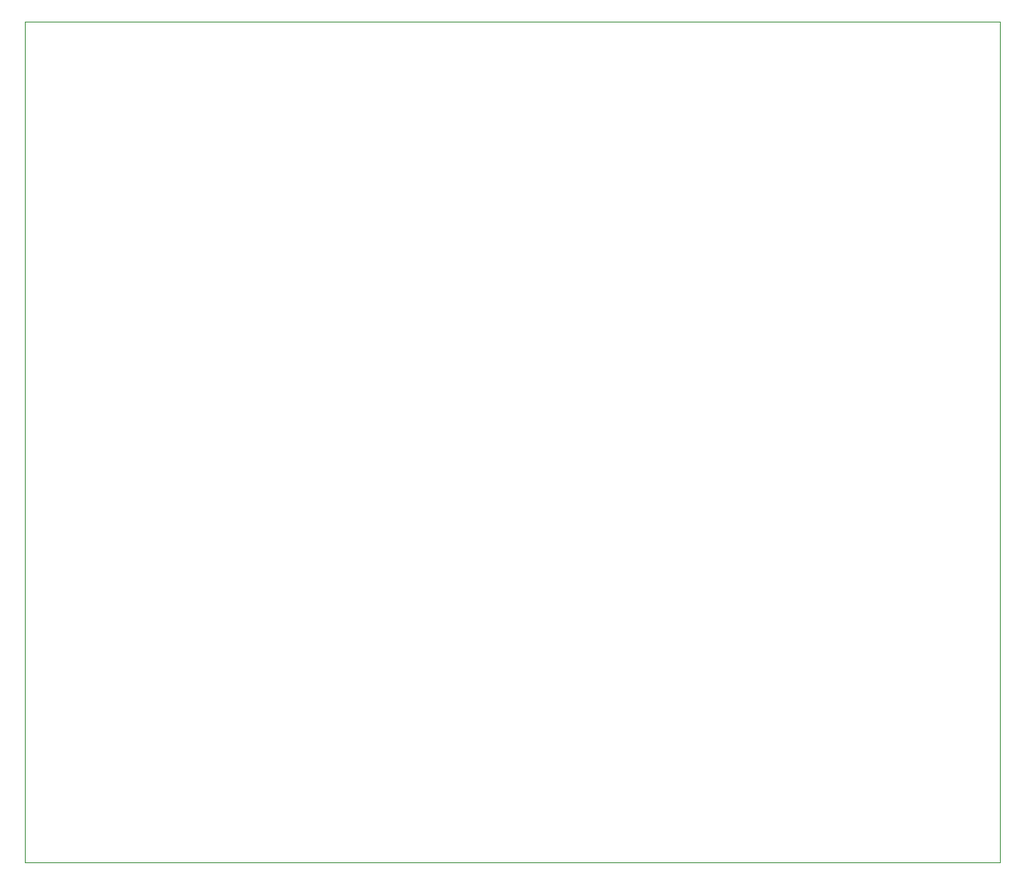
<source format=gbr>
%TF.GenerationSoftware,KiCad,Pcbnew,5.1.5+dfsg1-2build2*%
%TF.CreationDate,2022-09-12T08:34:05+01:00*%
%TF.ProjectId,bluepill-pb1,626c7565-7069-46c6-9c2d-7062312e6b69,rev?*%
%TF.SameCoordinates,Original*%
%TF.FileFunction,Profile,NP*%
%FSLAX46Y46*%
G04 Gerber Fmt 4.6, Leading zero omitted, Abs format (unit mm)*
G04 Created by KiCad (PCBNEW 5.1.5+dfsg1-2build2) date 2022-09-12 08:34:05*
%MOMM*%
%LPD*%
G04 APERTURE LIST*
%TA.AperFunction,Profile*%
%ADD10C,0.050000*%
%TD*%
G04 APERTURE END LIST*
D10*
X179070000Y-115580000D02*
X179070000Y-135800000D01*
X76200000Y-115580000D02*
X76200000Y-135800000D01*
X76200000Y-135800000D02*
X179070000Y-135800000D01*
X76200000Y-47000000D02*
X76200000Y-115580000D01*
X179070000Y-47000000D02*
X76200000Y-47000000D01*
X179070000Y-115580000D02*
X179070000Y-47000000D01*
M02*

</source>
